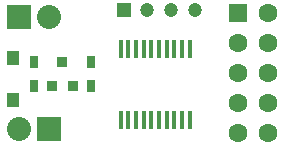
<source format=gts>
G04 #@! TF.FileFunction,Soldermask,Top*
%FSLAX46Y46*%
G04 Gerber Fmt 4.6, Leading zero omitted, Abs format (unit mm)*
G04 Created by KiCad (PCBNEW (2015-07-02 BZR 5871, Git 766da1e)-product) date 15-9-2015 00:01:28*
%MOMM*%
G01*
G04 APERTURE LIST*
%ADD10C,0.100000*%
%ADD11R,0.800000X1.100000*%
%ADD12R,1.000000X1.200000*%
%ADD13R,0.914400X0.914400*%
%ADD14R,0.406400X1.600000*%
%ADD15R,1.600200X1.600200*%
%ADD16C,1.600200*%
%ADD17R,1.200000X1.200000*%
%ADD18C,1.200000*%
%ADD19R,2.032000X2.032000*%
%ADD20O,2.032000X2.032000*%
G04 APERTURE END LIST*
D10*
D11*
X-70000000Y7400000D03*
X-70000000Y5400000D03*
X-65200000Y5400000D03*
X-65200000Y7400000D03*
D12*
X-71800000Y7800000D03*
X-71800000Y4200000D03*
D13*
X-66711000Y5384000D03*
X-68489000Y5384000D03*
X-67600000Y7416000D03*
D14*
X-62675000Y2500000D03*
X-62025000Y2500000D03*
X-61375000Y2500000D03*
X-60725000Y2500000D03*
X-60075000Y2500000D03*
X-59425000Y2500000D03*
X-58775000Y2500000D03*
X-58125000Y2500000D03*
X-57475000Y2500000D03*
X-56825000Y2500000D03*
X-56825000Y8500000D03*
X-57475000Y8500000D03*
X-58125000Y8500000D03*
X-58775000Y8500000D03*
X-59425000Y8500000D03*
X-60075000Y8500000D03*
X-60725000Y8500000D03*
X-61375000Y8500000D03*
X-62025000Y8500000D03*
X-62671000Y8500000D03*
D15*
X-52770000Y11580000D03*
D16*
X-50230000Y11580000D03*
X-52770000Y9040000D03*
X-50230000Y9040000D03*
X-52770000Y6500000D03*
X-50230000Y6500000D03*
X-52770000Y3960000D03*
X-50230000Y3960000D03*
X-52770000Y1420000D03*
X-50230000Y1420000D03*
D17*
X-62400000Y11800000D03*
D18*
X-60400000Y11800000D03*
X-58400000Y11800000D03*
X-56400000Y11800000D03*
D19*
X-71250000Y11250000D03*
D20*
X-68710000Y11250000D03*
D19*
X-68750000Y1750000D03*
D20*
X-71290000Y1750000D03*
M02*

</source>
